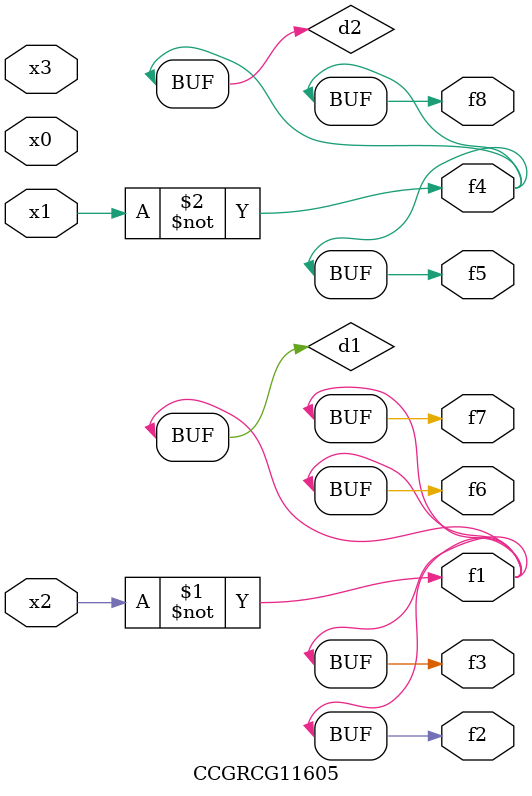
<source format=v>
module CCGRCG11605(
	input x0, x1, x2, x3,
	output f1, f2, f3, f4, f5, f6, f7, f8
);

	wire d1, d2;

	xnor (d1, x2);
	not (d2, x1);
	assign f1 = d1;
	assign f2 = d1;
	assign f3 = d1;
	assign f4 = d2;
	assign f5 = d2;
	assign f6 = d1;
	assign f7 = d1;
	assign f8 = d2;
endmodule

</source>
